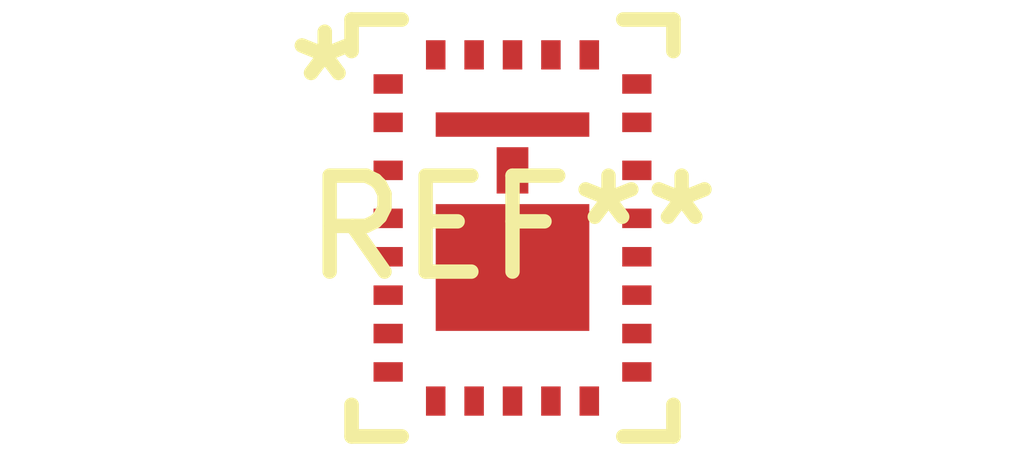
<source format=kicad_pcb>
(kicad_pcb (version 20241229) (generator "pcbnew") (generator_version "9.0")
  (layers (0 "F.Cu" signal) (2 "B.Cu" signal) (13 "F.Paste" user) (15 "B.Paste" user) (5 "F.SilkS" user "F.Silkscreen") (7 "B.SilkS" user "B.Silkscreen") (1 "F.Mask" user) (3 "B.Mask" user) (25 "Edge.Cuts" user))
  (net 0 "")
  (footprint "UTA_VNA:CC-26-2_ADI" (layer "F.Cu") (at 100.5 103.5)
    (property "Reference" "REF**" (at 0 0 0) (layer "F.SilkS"))
    (property "Value" "CC-26-2_ADI")
    (fp_line (start -1.6764 -2.1717) (end -1.154787 -2.1717) (stroke (width 0.1524)) (layer "F.SilkS"))
    (fp_line (start -1.6764 -1.843381) (end -1.6764 -2.1717) (stroke (width 0.1524)) (layer "F.SilkS"))
    (fp_line (start -1.6764 2.1717) (end -1.6764 1.843381) (stroke (width 0.1524)) (layer "F.SilkS"))
    (fp_line (start -1.154787 2.1717) (end -1.6764 2.1717) (stroke (width 0.1524)) (layer "F.SilkS"))
    (fp_line (start 1.154787 -2.1717) (end 1.6764 -2.1717) (stroke (width 0.1524)) (layer "F.SilkS"))
    (fp_line (start 1.6764 -2.1717) (end 1.6764 -1.843381) (stroke (width 0.1524)) (layer "F.SilkS"))
    (fp_line (start 1.6764 1.843381) (end 1.6764 2.1717) (stroke (width 0.1524)) (layer "F.SilkS"))
    (fp_line (start 1.6764 2.1717) (end 1.154787 2.1717) (stroke (width 0.1524)) (layer "F.SilkS"))
    (fp_text user "*" (at -1.9558 -1.4986 0) (layer "F.SilkS"))
    (fp_text user "*" (at -1.9558 -1.4986 0) (layer "F.SilkS"))
    (pad "1" smd rect (at -1.2954 -1.5 90) (size 0.2032 0.3048) (layers "F.Cu" "F.Mask" "F.Paste"))
    (pad "2" smd rect (at -1.2954 -1.100001 90) (size 0.2032 0.3048) (layers "F.Cu" "F.Mask" "F.Paste"))
    (pad "3" smd rect (at -1.2954 -0.599999 90) (size 0.2032 0.3048) (layers "F.Cu" "F.Mask" "F.Paste"))
    (pad "4" smd rect (at -1.2954 -0.1 90) (size 0.2032 0.3048) (layers "F.Cu" "F.Mask" "F.Paste"))
    (pad "5" smd rect (at -1.2954 0.3 90) (size 0.2032 0.3048) (layers "F.Cu" "F.Mask" "F.Paste"))
    (pad "6" smd rect (at -1.2954 0.699999 90) (size 0.2032 0.3048) (layers "F.Cu" "F.Mask" "F.Paste"))
    (pad "7" smd rect (at -1.2954 1.100001 90) (size 0.2032 0.3048) (layers "F.Cu" "F.Mask" "F.Paste"))
    (pad "8" smd rect (at -1.2954 1.5 90) (size 0.2032 0.3048) (layers "F.Cu" "F.Mask" "F.Paste"))
    (pad "9" smd rect (at -0.800001 1.8034) (size 0.2032 0.3048) (layers "F.Cu" "F.Mask" "F.Paste"))
    (pad "10" smd rect (at -0.399999 1.8034) (size 0.2032 0.3048) (layers "F.Cu" "F.Mask" "F.Paste"))
    (pad "11" smd rect (at 0 1.8034) (size 0.2032 0.3048) (layers "F.Cu" "F.Mask" "F.Paste"))
    (pad "12" smd rect (at 0.399999 1.8034) (size 0.2032 0.3048) (layers "F.Cu" "F.Mask" "F.Paste"))
    (pad "13" smd rect (at 0.800001 1.8034) (size 0.2032 0.3048) (layers "F.Cu" "F.Mask" "F.Paste"))
    (pad "14" smd rect (at 1.2954 1.5 90) (size 0.2032 0.3048) (layers "F.Cu" "F.Mask" "F.Paste"))
    (pad "15" smd rect (at 1.2954 1.100001 90) (size 0.2032 0.3048) (layers "F.Cu" "F.Mask" "F.Paste"))
    (pad "16" smd rect (at 1.2954 0.699999 90) (size 0.2032 0.3048) (layers "F.Cu" "F.Mask" "F.Paste"))
    (pad "17" smd rect (at 1.2954 0.3 90) (size 0.2032 0.3048) (layers "F.Cu" "F.Mask" "F.Paste"))
    (pad "18" smd rect (at 1.2954 -0.1 90) (size 0.2032 0.3048) (layers "F.Cu" "F.Mask" "F.Paste"))
    (pad "19" smd rect (at 1.2954 -0.599999 90) (size 0.2032 0.3048) (layers "F.Cu" "F.Mask" "F.Paste"))
    (pad "20" smd rect (at 1.2954 -1.100001 90) (size 0.2032 0.3048) (layers "F.Cu" "F.Mask" "F.Paste"))
    (pad "21" smd rect (at 1.2954 -1.5 90) (size 0.2032 0.3048) (layers "F.Cu" "F.Mask" "F.Paste"))
    (pad "22" smd rect (at 0.800001 -1.8034) (size 0.2032 0.3048) (layers "F.Cu" "F.Mask" "F.Paste"))
    (pad "23" smd rect (at 0.399999 -1.8034) (size 0.2032 0.3048) (layers "F.Cu" "F.Mask" "F.Paste"))
    (pad "24" smd rect (at 0 -1.8034) (size 0.2032 0.3048) (layers "F.Cu" "F.Mask" "F.Paste"))
    (pad "25" smd rect (at -0.399999 -1.8034) (size 0.2032 0.3048) (layers "F.Cu" "F.Mask" "F.Paste"))
    (pad "26" smd rect (at -0.800001 -1.8034) (size 0.2032 0.3048) (layers "F.Cu" "F.Mask" "F.Paste"))
    (pad "27" smd rect (at 0 -1.077) (size 1.6002 0.254) (layers "F.Cu" "F.Mask" "F.Paste"))
    (pad "28" smd rect (at 0 -0.6) (size 0.3302 0.4826) (layers "F.Cu" "F.Mask" "F.Paste"))
    (pad "29" smd rect (at 0 0.412) (size 1.6002 1.3208) (layers "F.Cu" "F.Mask" "F.Paste"))
  )
)
</source>
